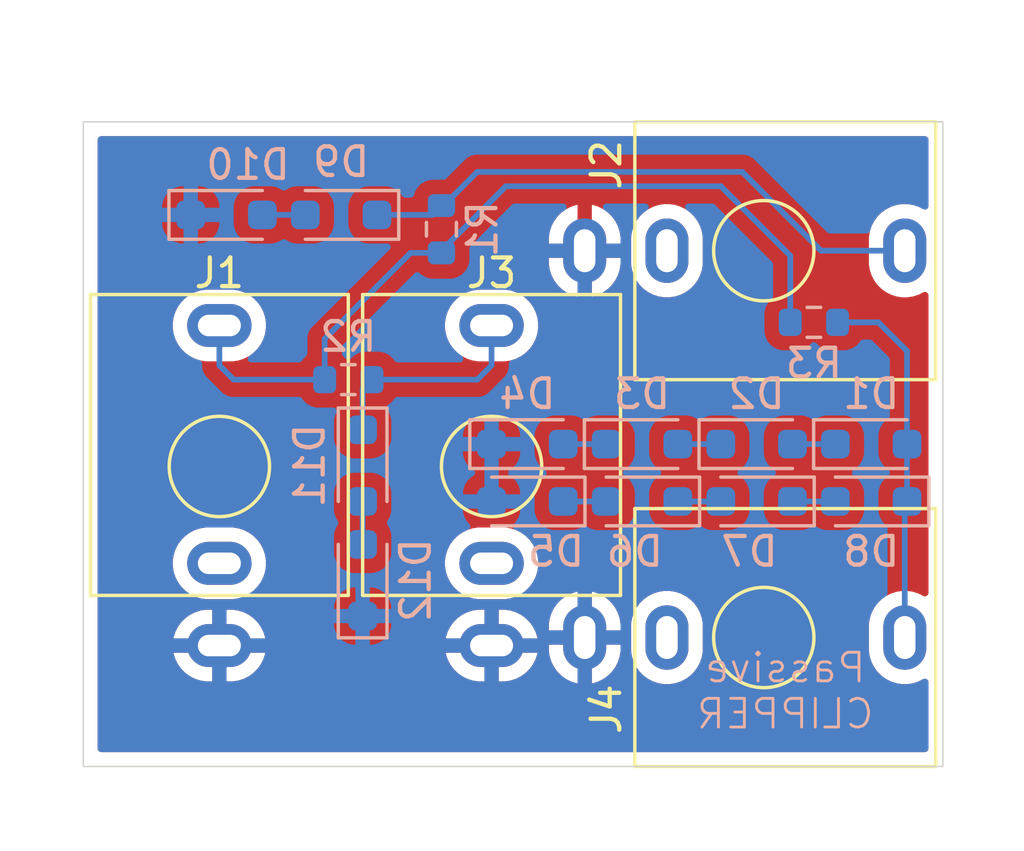
<source format=kicad_pcb>
(kicad_pcb (version 20240108) (generator "pcbnew") (generator_version "8.0")
  (layers (0 "F.Cu" signal) (31 "B.Cu" signal) (34 "B.Paste" user) (35 "F.Paste" user) (36 "B.SilkS" user "B.Silkscreen") (37 "F.SilkS" user "F.Silkscreen") (38 "B.Mask" user) (39 "F.Mask" user) (44 "Edge.Cuts" user))
  (net 0 "")
  (net 1 "Net-(D1-A)")
  (net 2 "Net-(D1-K)")
  (net 3 "Net-(D2-K)")
  (net 4 "Net-(D3-K)")
  (net 5 "GND")
  (net 6 "Net-(D5-K)")
  (net 7 "Net-(D6-K)")
  (net 8 "Net-(D7-K)")
  (net 9 "Net-(D10-A)")
  (net 10 "Net-(D9-K)")
  (net 11 "Net-(D11-A)")
  (net 12 "Net-(D11-K)")
  (net 13 "Net-(J1-PadT)")
  (footprint "Custom_FP:PJ398SM" (layer "F.Cu") (at 129.75 87.03)
    (property "Reference" "J1" (at 0 -6.75 0) (layer "F.SilkS"))
    (property "Value" "AudioJack2_SwitchT")
    (fp_line (start -4.5 -6) (end -4.5 4.5) (stroke (width 0.12)) (layer "F.SilkS"))
    (fp_line (start -4.5 4.5) (end 4.5 4.5) (stroke (width 0.12)) (layer "F.SilkS"))
    (fp_line (start 4.5 -6) (end -4.5 -6) (stroke (width 0.12)) (layer "F.SilkS"))
    (fp_line (start 4.5 4.5) (end 4.5 -6) (stroke (width 0.12)) (layer "F.SilkS"))
    (fp_circle (center 0 0) (end 1.75 0) (stroke (width 0.12)) (fill none) (layer "F.SilkS"))
    (pad "S" thru_hole oval (at 0 6.25) (size 2.25 1.5) (drill oval 1.5 0.75) (layers "*.Cu" "*.Mask") (net 5 "GND"))
    (pad "T" thru_hole oval (at 0 -4.92) (size 2.25 1.5) (drill oval 1.5 0.75) (layers "*.Cu" "*.Mask") (net 13 "Net-(J1-PadT)"))
    (pad "TN" thru_hole oval (at 0 3.38) (size 2.25 1.5) (drill oval 1.5 0.75) (layers "*.Cu" "*.Mask"))
  )
  (footprint "Custom_FP:PJ398SM" (layer "F.Cu") (at 139.25 87.03)
    (property "Reference" "J3" (at 0 -6.75 0) (layer "F.SilkS"))
    (property "Value" "AudioJack2_SwitchT")
    (fp_line (start -4.5 -6) (end -4.5 4.5) (stroke (width 0.12)) (layer "F.SilkS"))
    (fp_line (start -4.5 4.5) (end 4.5 4.5) (stroke (width 0.12)) (layer "F.SilkS"))
    (fp_line (start 4.5 -6) (end -4.5 -6) (stroke (width 0.12)) (layer "F.SilkS"))
    (fp_line (start 4.5 4.5) (end 4.5 -6) (stroke (width 0.12)) (layer "F.SilkS"))
    (fp_circle (center 0 0) (end 1.75 0) (stroke (width 0.12)) (fill none) (layer "F.SilkS"))
    (pad "S" thru_hole oval (at 0 6.25) (size 2.25 1.5) (drill oval 1.5 0.75) (layers "*.Cu" "*.Mask") (net 5 "GND"))
    (pad "T" thru_hole oval (at 0 -4.92) (size 2.25 1.5) (drill oval 1.5 0.75) (layers "*.Cu" "*.Mask") (net 12 "Net-(D11-K)"))
    (pad "TN" thru_hole oval (at 0 3.38) (size 2.25 1.5) (drill oval 1.5 0.75) (layers "*.Cu" "*.Mask"))
  )
  (footprint "Custom_FP:PJ398SM" (layer "F.Cu") (at 148.75 93 -90)
    (property "Reference" "J4" (at 2.5 5.5 90) (layer "F.SilkS"))
    (property "Value" "AudioJack2_SwitchT")
    (fp_line (start -4.5 4.5) (end 4.5 4.5) (stroke (width 0.12)) (layer "F.SilkS"))
    (fp_line (start 4.5 4.5) (end 4.5 -6) (stroke (width 0.12)) (layer "F.SilkS"))
    (fp_line (start -4.5 -6) (end -4.5 4.5) (stroke (width 0.12)) (layer "F.SilkS"))
    (fp_line (start 4.5 -6) (end -4.5 -6) (stroke (width 0.12)) (layer "F.SilkS"))
    (fp_circle (center 0 0) (end 1.75 0) (stroke (width 0.12)) (fill none) (layer "F.SilkS"))
    (pad "S" thru_hole oval (at 0 6.25 270) (size 2.25 1.5) (drill oval 1.5 0.75) (layers "*.Cu" "*.Mask") (net 5 "GND"))
    (pad "T" thru_hole oval (at 0 -4.92 270) (size 2.25 1.5) (drill oval 1.5 0.75) (layers "*.Cu" "*.Mask") (net 1 "Net-(D1-A)"))
    (pad "TN" thru_hole oval (at 0 3.38 270) (size 2.25 1.5) (drill oval 1.5 0.75) (layers "*.Cu" "*.Mask"))
  )
  (footprint "Custom_FP:PJ398SM" (layer "F.Cu") (at 148.75 79.5 -90)
    (property "Reference" "J2" (at -3 5.5 90) (layer "F.SilkS"))
    (property "Value" "AudioJack2_SwitchT")
    (fp_line (start -4.5 4.5) (end 4.5 4.5) (stroke (width 0.12)) (layer "F.SilkS"))
    (fp_line (start 4.5 4.5) (end 4.5 -6) (stroke (width 0.12)) (layer "F.SilkS"))
    (fp_line (start -4.5 -6) (end -4.5 4.5) (stroke (width 0.12)) (layer "F.SilkS"))
    (fp_line (start 4.5 -6) (end -4.5 -6) (stroke (width 0.12)) (layer "F.SilkS"))
    (fp_circle (center 0 0) (end 1.75 0) (stroke (width 0.12)) (fill none) (layer "F.SilkS"))
    (pad "S" thru_hole oval (at 0 6.25 270) (size 2.25 1.5) (drill oval 1.5 0.75) (layers "*.Cu" "*.Mask") (net 5 "GND"))
    (pad "T" thru_hole oval (at 0 -4.92 270) (size 2.25 1.5) (drill oval 1.5 0.75) (layers "*.Cu" "*.Mask") (net 10 "Net-(D9-K)"))
    (pad "TN" thru_hole oval (at 0 3.38 270) (size 2.25 1.5) (drill oval 1.5 0.75) (layers "*.Cu" "*.Mask"))
  )
  (footprint "Resistor_SMD:R_0603_1608Metric" (layer "B.Cu") (at 150.5 82)
    (property "Reference" "R3" (at 0 1.43 0) (layer "B.SilkS") (effects (justify mirror)))
    (property "Value" "10k")
    (fp_line (start 0.237258 -0.5225) (end -0.237258 -0.5225) (stroke (width 0.12)) (layer "B.SilkS"))
    (fp_line (start 0.237258 0.5225) (end -0.237258 0.5225) (stroke (width 0.12)) (layer "B.SilkS"))
    (pad "1" smd roundrect (at -0.825 0) (size 0.8 0.95) (layers "B.Cu" "B.Paste" "B.Mask") (net 13 "Net-(J1-PadT)"))
    (pad "2" smd roundrect (at 0.825 0) (size 0.8 0.95) (layers "B.Cu" "B.Paste" "B.Mask") (net 1 "Net-(D1-A)"))
  )
  (footprint "Diode_SMD:D_SOD-323_HandSoldering" (layer "B.Cu") (at 152.5 88.25 180)
    (property "Reference" "D8" (at 0 -1.75 0) (layer "B.SilkS") (effects (justify mirror)))
    (property "Value" "1N4148")
    (fp_line (start 1.25 0.85) (end -2.01 0.85) (stroke (width 0.12)) (layer "B.SilkS"))
    (fp_line (start 1.25 -0.85) (end -2.01 -0.85) (stroke (width 0.12)) (layer "B.SilkS"))
    (fp_line (start -2.01 -0.85) (end -2.01 0.85) (stroke (width 0.12)) (layer "B.SilkS"))
    (pad "1" smd roundrect (at -1.25 0 180) (size 1 1) (layers "B.Cu" "B.Paste" "B.Mask") (net 1 "Net-(D1-A)"))
    (pad "2" smd roundrect (at 1.25 0 180) (size 1 1) (layers "B.Cu" "B.Paste" "B.Mask") (net 8 "Net-(D7-K)"))
  )
  (footprint "Diode_SMD:D_SOD-323_HandSoldering" (layer "B.Cu") (at 144.5 88.25 180)
    (property "Reference" "D6" (at 0.25 -1.75 0) (layer "B.SilkS") (effects (justify mirror)))
    (property "Value" "1N4148")
    (fp_line (start 1.25 0.85) (end -2.01 0.85) (stroke (width 0.12)) (layer "B.SilkS"))
    (fp_line (start 1.25 -0.85) (end -2.01 -0.85) (stroke (width 0.12)) (layer "B.SilkS"))
    (fp_line (start -2.01 -0.85) (end -2.01 0.85) (stroke (width 0.12)) (layer "B.SilkS"))
    (pad "1" smd roundrect (at -1.25 0 180) (size 1 1) (layers "B.Cu" "B.Paste" "B.Mask") (net 7 "Net-(D6-K)"))
    (pad "2" smd roundrect (at 1.25 0 180) (size 1 1) (layers "B.Cu" "B.Paste" "B.Mask") (net 6 "Net-(D5-K)"))
  )
  (footprint "Diode_SMD:D_SOD-323_HandSoldering" (layer "B.Cu") (at 140.5 86.25)
    (property "Reference" "D4" (at 0 -1.75 0) (layer "B.SilkS") (effects (justify mirror)))
    (property "Value" "1N4148")
    (fp_line (start -2.01 -0.85) (end -2.01 0.85) (stroke (width 0.12)) (layer "B.SilkS"))
    (fp_line (start 1.25 -0.85) (end -2.01 -0.85) (stroke (width 0.12)) (layer "B.SilkS"))
    (fp_line (start 1.25 0.85) (end -2.01 0.85) (stroke (width 0.12)) (layer "B.SilkS"))
    (pad "1" smd roundrect (at -1.25 0) (size 1 1) (layers "B.Cu" "B.Paste" "B.Mask") (net 5 "GND"))
    (pad "2" smd roundrect (at 1.25 0) (size 1 1) (layers "B.Cu" "B.Paste" "B.Mask") (net 4 "Net-(D3-K)"))
  )
  (footprint "Diode_SMD:D_SOD-323_HandSoldering" (layer "B.Cu") (at 140.5 88.25 180)
    (property "Reference" "D5" (at -1 -1.75 0) (layer "B.SilkS") (effects (justify mirror)))
    (property "Value" "1N4148")
    (fp_line (start 1.25 0.85) (end -2.01 0.85) (stroke (width 0.12)) (layer "B.SilkS"))
    (fp_line (start 1.25 -0.85) (end -2.01 -0.85) (stroke (width 0.12)) (layer "B.SilkS"))
    (fp_line (start -2.01 -0.85) (end -2.01 0.85) (stroke (width 0.12)) (layer "B.SilkS"))
    (pad "1" smd roundrect (at -1.25 0 180) (size 1 1) (layers "B.Cu" "B.Paste" "B.Mask") (net 6 "Net-(D5-K)"))
    (pad "2" smd roundrect (at 1.25 0 180) (size 1 1) (layers "B.Cu" "B.Paste" "B.Mask") (net 5 "GND"))
  )
  (footprint "Diode_SMD:D_SOD-323_HandSoldering" (layer "B.Cu") (at 134.75 87 -90)
    (property "Reference" "D11" (at 0 1.85 90) (layer "B.SilkS") (effects (justify mirror)))
    (property "Value" "BZT52C2V0S")
    (fp_line (start 1.25 0.85) (end -2.01 0.85) (stroke (width 0.12)) (layer "B.SilkS"))
    (fp_line (start -2.01 -0.85) (end -2.01 0.85) (stroke (width 0.12)) (layer "B.SilkS"))
    (fp_line (start 1.25 -0.85) (end -2.01 -0.85) (stroke (width 0.12)) (layer "B.SilkS"))
    (pad "1" smd roundrect (at -1.25 0 270) (size 1 1) (layers "B.Cu" "B.Paste" "B.Mask") (net 12 "Net-(D11-K)"))
    (pad "2" smd roundrect (at 1.25 0 270) (size 1 1) (layers "B.Cu" "B.Paste" "B.Mask") (net 11 "Net-(D11-A)"))
  )
  (footprint "Diode_SMD:D_SOD-323_HandSoldering" (layer "B.Cu") (at 148.5 86.25)
    (property "Reference" "D2" (at 0 -1.75 0) (layer "B.SilkS") (effects (justify mirror)))
    (property "Value" "1N4148")
    (fp_line (start -2.01 -0.85) (end -2.01 0.85) (stroke (width 0.12)) (layer "B.SilkS"))
    (fp_line (start 1.25 -0.85) (end -2.01 -0.85) (stroke (width 0.12)) (layer "B.SilkS"))
    (fp_line (start 1.25 0.85) (end -2.01 0.85) (stroke (width 0.12)) (layer "B.SilkS"))
    (pad "1" smd roundrect (at -1.25 0) (size 1 1) (layers "B.Cu" "B.Paste" "B.Mask") (net 3 "Net-(D2-K)"))
    (pad "2" smd roundrect (at 1.25 0) (size 1 1) (layers "B.Cu" "B.Paste" "B.Mask") (net 2 "Net-(D1-K)"))
  )
  (footprint "Diode_SMD:D_SOD-323_HandSoldering" (layer "B.Cu") (at 134 78.25 180)
    (property "Reference" "D9" (at 0 1.85 0) (layer "B.SilkS") (effects (justify mirror)))
    (property "Value" "BZX384C3V3-E3-08")
    (fp_line (start 1.25 0.85) (end -2.01 0.85) (stroke (width 0.12)) (layer "B.SilkS"))
    (fp_line (start 1.25 -0.85) (end -2.01 -0.85) (stroke (width 0.12)) (layer "B.SilkS"))
    (fp_line (start -2.01 -0.85) (end -2.01 0.85) (stroke (width 0.12)) (layer "B.SilkS"))
    (pad "1" smd roundrect (at -1.25 0 180) (size 1 1) (layers "B.Cu" "B.Paste" "B.Mask") (net 10 "Net-(D9-K)"))
    (pad "2" smd roundrect (at 1.25 0 180) (size 1 1) (layers "B.Cu" "B.Paste" "B.Mask") (net 9 "Net-(D10-A)"))
  )
  (footprint "Resistor_SMD:R_0603_1608Metric" (layer "B.Cu") (at 137.5 78.75 90)
    (property "Reference" "R1" (at 0 1.43 90) (layer "B.SilkS") (effects (justify mirror)))
    (property "Value" "10k")
    (fp_line (start 0.237258 -0.5225) (end -0.237258 -0.5225) (stroke (width 0.12)) (layer "B.SilkS"))
    (fp_line (start 0.237258 0.5225) (end -0.237258 0.5225) (stroke (width 0.12)) (layer "B.SilkS"))
    (pad "1" smd roundrect (at -0.825 0 90) (size 0.8 0.95) (layers "B.Cu" "B.Paste" "B.Mask") (net 13 "Net-(J1-PadT)"))
    (pad "2" smd roundrect (at 0.825 0 90) (size 0.8 0.95) (layers "B.Cu" "B.Paste" "B.Mask") (net 10 "Net-(D9-K)"))
  )
  (footprint "Diode_SMD:D_SOD-323_HandSoldering" (layer "B.Cu") (at 148.5 88.25 180)
    (property "Reference" "D7" (at 0.25 -1.75 0) (layer "B.SilkS") (effects (justify mirror)))
    (property "Value" "1N4148")
    (fp_line (start 1.25 0.85) (end -2.01 0.85) (stroke (width 0.12)) (layer "B.SilkS"))
    (fp_line (start 1.25 -0.85) (end -2.01 -0.85) (stroke (width 0.12)) (layer "B.SilkS"))
    (fp_line (start -2.01 -0.85) (end -2.01 0.85) (stroke (width 0.12)) (layer "B.SilkS"))
    (pad "1" smd roundrect (at -1.25 0 180) (size 1 1) (layers "B.Cu" "B.Paste" "B.Mask") (net 8 "Net-(D7-K)"))
    (pad "2" smd roundrect (at 1.25 0 180) (size 1 1) (layers "B.Cu" "B.Paste" "B.Mask") (net 7 "Net-(D6-K)"))
  )
  (footprint "Diode_SMD:D_SOD-323_HandSoldering" (layer "B.Cu") (at 130 78.25)
    (property "Reference" "D10" (at 0.75 -1.75 0) (layer "B.SilkS") (effects (justify mirror)))
    (property "Value" "BZX384C3V3-E3-08")
    (fp_line (start -2.01 -0.85) (end -2.01 0.85) (stroke (width 0.12)) (layer "B.SilkS"))
    (fp_line (start 1.25 -0.85) (end -2.01 -0.85) (stroke (width 0.12)) (layer "B.SilkS"))
    (fp_line (start 1.25 0.85) (end -2.01 0.85) (stroke (width 0.12)) (layer "B.SilkS"))
    (pad "1" smd roundrect (at -1.25 0) (size 1 1) (layers "B.Cu" "B.Paste" "B.Mask") (net 5 "GND"))
    (pad "2" smd roundrect (at 1.25 0) (size 1 1) (layers "B.Cu" "B.Paste" "B.Mask") (net 9 "Net-(D10-A)"))
  )
  (footprint "Diode_SMD:D_SOD-323_HandSoldering" (layer "B.Cu") (at 134.75 91 90)
    (property "Reference" "D12" (at 0 1.85 90) (layer "B.SilkS") (effects (justify mirror)))
    (property "Value" "BZT52C2V0S")
    (fp_line (start 1.25 -0.85) (end -2.01 -0.85) (stroke (width 0.12)) (layer "B.SilkS"))
    (fp_line (start -2.01 -0.85) (end -2.01 0.85) (stroke (width 0.12)) (layer "B.SilkS"))
    (fp_line (start 1.25 0.85) (end -2.01 0.85) (stroke (width 0.12)) (layer "B.SilkS"))
    (pad "1" smd roundrect (at -1.25 0 90) (size 1 1) (layers "B.Cu" "B.Paste" "B.Mask") (net 5 "GND"))
    (pad "2" smd roundrect (at 1.25 0 90) (size 1 1) (layers "B.Cu" "B.Paste" "B.Mask") (net 11 "Net-(D11-A)"))
  )
  (footprint "Diode_SMD:D_SOD-323_HandSoldering" (layer "B.Cu") (at 152.5 86.25)
    (property "Reference" "D1" (at 0 -1.75 0) (layer "B.SilkS") (effects (justify mirror)))
    (property "Value" "1N4148")
    (fp_line (start -2.01 -0.85) (end -2.01 0.85) (stroke (width 0.12)) (layer "B.SilkS"))
    (fp_line (start 1.25 -0.85) (end -2.01 -0.85) (stroke (width 0.12)) (layer "B.SilkS"))
    (fp_line (start 1.25 0.85) (end -2.01 0.85) (stroke (width 0.12)) (layer "B.SilkS"))
    (pad "1" smd roundrect (at -1.25 0) (size 1 1) (layers "B.Cu" "B.Paste" "B.Mask") (net 2 "Net-(D1-K)"))
    (pad "2" smd roundrect (at 1.25 0) (size 1 1) (layers "B.Cu" "B.Paste" "B.Mask") (net 1 "Net-(D1-A)"))
  )
  (footprint "Resistor_SMD:R_0603_1608Metric" (layer "B.Cu") (at 134.25 84)
    (property "Reference" "R2" (at 0 -1.5 0) (layer "B.SilkS") (effects (justify mirror)))
    (property "Value" "10k")
    (fp_line (start 0.237258 -0.5225) (end -0.237258 -0.5225) (stroke (width 0.12)) (layer "B.SilkS"))
    (fp_line (start 0.237258 0.5225) (end -0.237258 0.5225) (stroke (width 0.12)) (layer "B.SilkS"))
    (pad "1" smd roundrect (at -0.825 0) (size 0.8 0.95) (layers "B.Cu" "B.Paste" "B.Mask") (net 13 "Net-(J1-PadT)"))
    (pad "2" smd roundrect (at 0.825 0) (size 0.8 0.95) (layers "B.Cu" "B.Paste" "B.Mask") (net 12 "Net-(D11-K)"))
  )
  (footprint "Diode_SMD:D_SOD-323_HandSoldering" (layer "B.Cu") (at 144.5 86.25)
    (property "Reference" "D3" (at 0 -1.75 0) (layer "B.SilkS") (effects (justify mirror)))
    (property "Value" "1N4148")
    (fp_line (start -2.01 -0.85) (end -2.01 0.85) (stroke (width 0.12)) (layer "B.SilkS"))
    (fp_line (start 1.25 -0.85) (end -2.01 -0.85) (stroke (width 0.12)) (layer "B.SilkS"))
    (fp_line (start 1.25 0.85) (end -2.01 0.85) (stroke (width 0.12)) (layer "B.SilkS"))
    (pad "1" smd roundrect (at -1.25 0) (size 1 1) (layers "B.Cu" "B.Paste" "B.Mask") (net 4 "Net-(D3-K)"))
    (pad "2" smd roundrect (at 1.25 0) (size 1 1) (layers "B.Cu" "B.Paste" "B.Mask") (net 3 "Net-(D2-K)"))
  )
  (gr_line (start 155 75) (end 125 75) (stroke (width 0.05)) (layer "Edge.Cuts"))
  (gr_line (start 155 97.5) (end 155 75) (stroke (width 0.05)) (layer "Edge.Cuts"))
  (gr_line (start 125 75) (end 125 97.5) (stroke (width 0.05)) (layer "Edge.Cuts"))
  (gr_line (start 125 97.5) (end 155 97.5) (stroke (width 0.05)) (layer "Edge.Cuts"))
  (gr_text "Passive\nCLIPPER" (at 149.5 96.25 0) (layer "B.SilkS") (effects (font (size 1 1) (thickness 0.1)) (justify bottom mirror)))
  (segment (start 153.75 83) (end 153.75 86.25) (width 0.2) (layer "B.Cu") (net 1))
  (segment (start 151.325 82) (end 152.75 82) (width 0.2) (layer "B.Cu") (net 1))
  (segment (start 153.75 86.25) (end 153.75 88.25) (width 0.2) (layer "B.Cu") (net 1))
  (segment (start 153.67 88.33) (end 153.75 88.25) (width 0.2) (layer "B.Cu") (net 1))
  (segment (start 152.75 82) (end 153.75 83) (width 0.2) (layer "B.Cu") (net 1))
  (segment (start 153.67 93) (end 153.67 88.33) (width 0.2) (layer "B.Cu") (net 1))
  (segment (start 151.25 86.25) (end 149.75 86.25) (width 0.2) (layer "B.Cu") (net 2))
  (segment (start 147.25 86.25) (end 145.75 86.25) (width 0.2) (layer "B.Cu") (net 3))
  (segment (start 143.25 86.25) (end 141.75 86.25) (width 0.2) (layer "B.Cu") (net 4))
  (segment (start 141.75 88.25) (end 143.25 88.25) (width 0.2) (layer "B.Cu") (net 6))
  (segment (start 145.75 88.25) (end 147.25 88.25) (width 0.2) (layer "B.Cu") (net 7))
  (segment (start 149.75 88.25) (end 151.25 88.25) (width 0.2) (layer "B.Cu") (net 8))
  (segment (start 132.75 78.25) (end 131.25 78.25) (width 0.2) (layer "B.Cu") (net 9))
  (segment (start 148 76.75) (end 150.75 79.5) (width 0.2) (layer "B.Cu") (net 10))
  (segment (start 148 76.75) (end 138.75 76.75) (width 0.2) (layer "B.Cu") (net 10))
  (segment (start 137.575 77.925) (end 138.75 76.75) (width 0.2) (layer "B.Cu") (net 10))
  (segment (start 135.25 78.25) (end 137.175 78.25) (width 0.2) (layer "B.Cu") (net 10))
  (segment (start 137.175 78.25) (end 137.5 77.925) (width 0.2) (layer "B.Cu") (net 10))
  (segment (start 137.5 77.925) (end 137.575 77.925) (width 0.2) (layer "B.Cu") (net 10))
  (segment (start 150.75 79.5) (end 153.67 79.5) (width 0.2) (layer "B.Cu") (net 10))
  (segment (start 134.75 88.25) (end 134.75 89.75) (width 0.2) (layer "B.Cu") (net 11))
  (segment (start 135.075 84) (end 138.75 84) (width 0.2) (layer "B.Cu") (net 12))
  (segment (start 134.75 85.75) (end 134.75 84.325) (width 0.2) (layer "B.Cu") (net 12))
  (segment (start 138.75 84) (end 139.25 83.5) (width 0.2) (layer "B.Cu") (net 12))
  (segment (start 139.25 83.5) (end 139.25 82.11) (width 0.2) (layer "B.Cu") (net 12))
  (segment (start 134.75 84.325) (end 135.075 84) (width 0.2) (layer "B.Cu") (net 12))
  (segment (start 147.25 77.25) (end 149.675 79.675) (width 0.2) (layer "B.Cu") (net 13))
  (segment (start 137.5 79.575) (end 137.5 79.5) (width 0.2) (layer "B.Cu") (net 13))
  (segment (start 139.75 77.25) (end 147.25 77.25) (width 0.2) (layer "B.Cu") (net 13))
  (segment (start 137.5 79.5) (end 139.75 77.25) (width 0.2) (layer "B.Cu") (net 13))
  (segment (start 133.425 82.575) (end 136.425 79.575) (width 0.2) (layer "B.Cu") (net 13))
  (segment (start 149.675 79.675) (end 149.675 82) (width 0.2) (layer "B.Cu") (net 13))
  (segment (start 133.425 84) (end 133.425 82.575) (width 0.2) (layer "B.Cu") (net 13))
  (segment (start 130.25 84) (end 133.425 84) (width 0.2) (layer "B.Cu") (net 13))
  (segment (start 136.425 79.575) (end 137.5 79.575) (width 0.2) (layer "B.Cu") (net 13))
  (segment (start 129.75 83.5) (end 130.25 84) (width 0.2) (layer "B.Cu") (net 13))
  (segment (start 129.75 82.11) (end 129.75 83.5) (width 0.2) (layer "B.Cu") (net 13))
  (zone (net 5) (net_name "GND") (layers "F&B.Cu") (connect_pads (clearance 0.5)) (min_thickness 0.25) (fill yes (thermal_gap 0.5) (thermal_bridge_width 0.5))
    (polygon (pts (xy 157.25 73.75) (xy 157.75 99) (xy 122.75 99.25) (xy 122.25 73) (xy 155 70.75)))
  )
)
</source>
